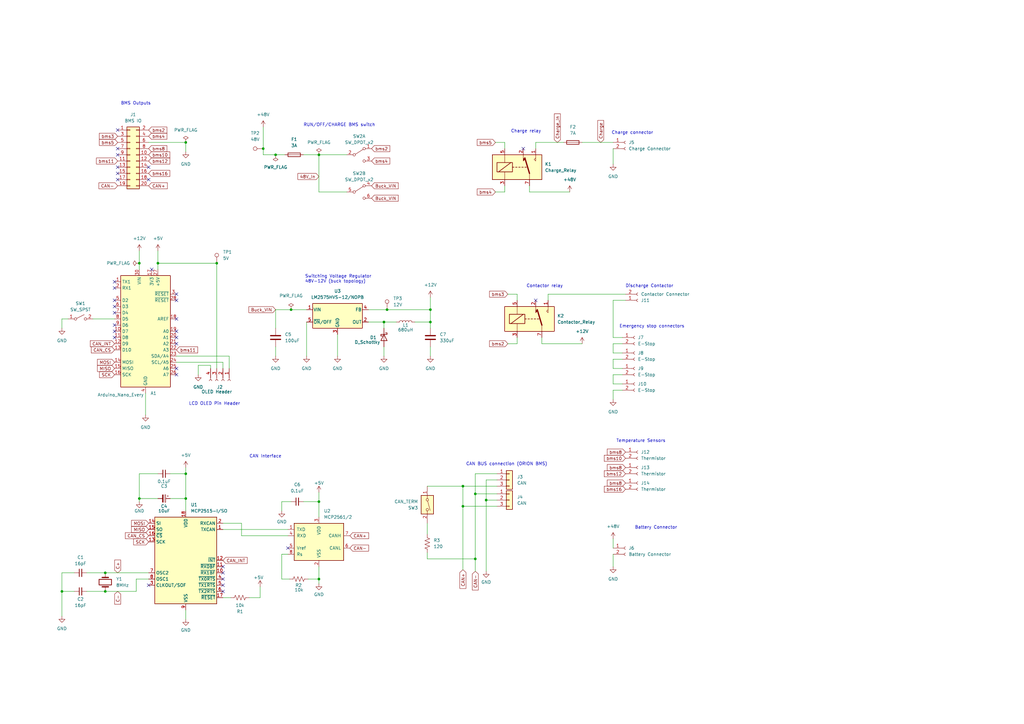
<source format=kicad_sch>
(kicad_sch (version 20231120) (generator "eeschema") (generator_version "8.0")
  (paper "A3")
  (lib_symbols
    (symbol "Connector:Conn_01x02_Female" (pin_names (offset 1.016) hide)
      (property "Reference" "J" (at 0 2.54 0))
      (property "Value" "Conn_01x02_Female" (at 0 -5.08 0))
      (symbol "Conn_01x02_Female_1_1"
        (pin passive line (at -5.08 0 0) (length 3.81) (name "Pin_1") (number "1"))
        (pin passive line (at -5.08 -2.54 0) (length 3.81) (name "Pin_2") (number "2"))
      )
    )
    (symbol "Connector:Conn_01x04_Female" (pin_names (offset 1.016) hide)
      (property "Reference" "J" (at 0 5.08 0))
      (property "Value" "Conn_01x04_Female" (at 0 -7.62 0))
      (symbol "Conn_01x04_Female_1_1"
        (pin passive line (at -5.08 2.54 0) (length 3.81) (name "Pin_1") (number "1"))
        (pin passive line (at -5.08 0 0) (length 3.81) (name "Pin_2") (number "2"))
        (pin passive line (at -5.08 -2.54 0) (length 3.81) (name "Pin_3") (number "3"))
        (pin passive line (at -5.08 -5.08 0) (length 3.81) (name "Pin_4") (number "4"))
      )
    )
    (symbol "Connector:TestPoint" (pin_numbers hide) (pin_names (offset 0.762) hide)
      (property "Reference" "TP" (at 0 6.858 0))
      (property "Value" "TestPoint" (at 0 5.08 0))
      (symbol "TestPoint_1_1"
        (pin passive line (at 0 0 90) (length 2.54) (name "1") (number "1"))
      )
    )
    (symbol "Connector_Generic:Conn_01x03" (pin_names (offset 1.016) hide)
      (property "Reference" "J" (at 0 5.08 0))
      (property "Value" "Conn_01x03" (at 0 -5.08 0))
      (symbol "Conn_01x03_1_1"
        (pin passive line (at -5.08 2.54 0) (length 3.81) (name "Pin_1") (number "1"))
        (pin passive line (at -5.08 0 0) (length 3.81) (name "Pin_2") (number "2"))
        (pin passive line (at -5.08 -2.54 0) (length 3.81) (name "Pin_3") (number "3"))
      )
    )
    (symbol "Connector_Generic:Conn_02x10_Odd_Even" (pin_names (offset 1.016) hide)
      (property "Reference" "J" (at 1.27 12.7 0))
      (property "Value" "Conn_02x10_Odd_Even" (at 1.27 -15.24 0))
      (symbol "Conn_02x10_Odd_Even_1_1"
        (pin passive line (at -5.08 10.16 0) (length 3.81) (name "Pin_1") (number "1"))
        (pin passive line (at 7.62 0 180) (length 3.81) (name "Pin_10") (number "10"))
        (pin passive line (at -5.08 -2.54 0) (length 3.81) (name "Pin_11") (number "11"))
        (pin passive line (at 7.62 -2.54 180) (length 3.81) (name "Pin_12") (number "12"))
        (pin passive line (at -5.08 -5.08 0) (length 3.81) (name "Pin_13") (number "13"))
        (pin passive line (at 7.62 -5.08 180) (length 3.81) (name "Pin_14") (number "14"))
        (pin passive line (at -5.08 -7.62 0) (length 3.81) (name "Pin_15") (number "15"))
        (pin passive line (at 7.62 -7.62 180) (length 3.81) (name "Pin_16") (number "16"))
        (pin passive line (at -5.08 -10.16 0) (length 3.81) (name "Pin_17") (number "17"))
        (pin passive line (at 7.62 -10.16 180) (length 3.81) (name "Pin_18") (number "18"))
        (pin passive line (at -5.08 -12.7 0) (length 3.81) (name "Pin_19") (number "19"))
        (pin passive line (at 7.62 10.16 180) (length 3.81) (name "Pin_2") (number "2"))
        (pin passive line (at 7.62 -12.7 180) (length 3.81) (name "Pin_20") (number "20"))
        (pin passive line (at -5.08 7.62 0) (length 3.81) (name "Pin_3") (number "3"))
        (pin passive line (at 7.62 7.62 180) (length 3.81) (name "Pin_4") (number "4"))
        (pin passive line (at -5.08 5.08 0) (length 3.81) (name "Pin_5") (number "5"))
        (pin passive line (at 7.62 5.08 180) (length 3.81) (name "Pin_6") (number "6"))
        (pin passive line (at -5.08 2.54 0) (length 3.81) (name "Pin_7") (number "7"))
        (pin passive line (at 7.62 2.54 180) (length 3.81) (name "Pin_8") (number "8"))
        (pin passive line (at -5.08 0 0) (length 3.81) (name "Pin_9") (number "9"))
      )
    )
    (symbol "Device:C" (pin_numbers hide) (pin_names (offset 0.254))
      (property "Reference" "C" (at 0.635 2.54 0))
      (property "Value" "C" (at 0.635 -2.54 0))
      (symbol "C_1_1"
        (pin passive line (at 0 3.81 270) (length 2.794) (name "~") (number "1"))
        (pin passive line (at 0 -3.81 90) (length 2.794) (name "~") (number "2"))
      )
    )
    (symbol "Device:C_Polarized_Small" (pin_numbers hide) (pin_names (offset 0.254) hide)
      (property "Reference" "C" (at 0.254 1.778 0))
      (property "Value" "C_Polarized_Small" (at 0.254 -2.032 0))
      (symbol "C_Polarized_Small_1_1"
        (pin passive line (at 0 2.54 270) (length 1.8542) (name "~") (number "1"))
        (pin passive line (at 0 -2.54 90) (length 1.8542) (name "~") (number "2"))
      )
    )
    (symbol "Device:C_Small" (pin_numbers hide) (pin_names (offset 0.254) hide)
      (property "Reference" "C" (at 0.254 1.778 0))
      (property "Value" "C_Small" (at 0.254 -2.032 0))
      (symbol "C_Small_1_1"
        (pin passive line (at 0 2.54 270) (length 2.032) (name "~") (number "1"))
        (pin passive line (at 0 -2.54 90) (length 2.032) (name "~") (number "2"))
      )
    )
    (symbol "Device:Crystal" (pin_numbers hide) (pin_names (offset 1.016) hide)
      (property "Reference" "Y" (at 0 3.81 0))
      (property "Value" "Crystal" (at 0 -3.81 0))
      (symbol "Crystal_1_1"
        (pin passive line (at -3.81 0 0) (length 1.27) (name "1") (number "1"))
        (pin passive line (at 3.81 0 180) (length 1.27) (name "2") (number "2"))
      )
    )
    (symbol "Device:D_Schottky" (pin_numbers hide) (pin_names (offset 1.016) hide)
      (property "Reference" "D" (at 0 2.54 0))
      (property "Value" "D_Schottky" (at 0 -2.54 0))
      (symbol "D_Schottky_1_1"
        (pin passive line (at -3.81 0 0) (length 2.54) (name "K") (number "1"))
        (pin passive line (at 3.81 0 180) (length 2.54) (name "A") (number "2"))
      )
    )
    (symbol "Device:Fuse" (pin_numbers hide) (pin_names (offset 0))
      (property "Reference" "F" (at 2.032 0 90))
      (property "Value" "Fuse" (at -1.905 0 90))
      (symbol "Fuse_1_1"
        (pin passive line (at 0 3.81 270) (length 1.27) (name "~") (number "1"))
        (pin passive line (at 0 -3.81 90) (length 1.27) (name "~") (number "2"))
      )
    )
    (symbol "Device:L" (pin_numbers hide) (pin_names (offset 1.016) hide)
      (property "Reference" "L" (at -1.27 0 90))
      (property "Value" "L" (at 1.905 0 90))
      (symbol "L_1_1"
        (pin passive line (at 0 3.81 270) (length 1.27) (name "1") (number "1"))
        (pin passive line (at 0 -3.81 90) (length 1.27) (name "2") (number "2"))
      )
    )
    (symbol "Device:R_US" (pin_numbers hide) (pin_names (offset 0))
      (property "Reference" "R" (at 2.54 0 90))
      (property "Value" "R_US" (at -2.54 0 90))
      (symbol "R_US_1_1"
        (pin passive line (at 0 3.81 270) (length 1.27) (name "~") (number "1"))
        (pin passive line (at 0 -3.81 90) (length 1.27) (name "~") (number "2"))
      )
    )
    (symbol "Interface_CAN_LIN:MCP2515-xSO"
      (property "Reference" "U" (at -10.16 19.685 0))
      (property "Value" "MCP2515-xSO" (at 19.05 20.32 0))
      (symbol "MCP2515-xSO_1_1"
        (pin output line (at 15.24 12.7 180) (length 2.54) (name "TXCAN") (number "1"))
        (pin output line (at 15.24 -5.08 180) (length 2.54) (name "~{RX1BF}") (number "10"))
        (pin output line (at 15.24 -2.54 180) (length 2.54) (name "~{RX0BF}") (number "11"))
        (pin output line (at 15.24 0 180) (length 2.54) (name "~{INT}") (number "12"))
        (pin input line (at -15.24 7.62 0) (length 2.54) (name "SCK") (number "13"))
        (pin input line (at -15.24 15.24 0) (length 2.54) (name "SI") (number "14"))
        (pin output line (at -15.24 12.7 0) (length 2.54) (name "SO") (number "15"))
        (pin input line (at -15.24 10.16 0) (length 2.54) (name "~{CS}") (number "16"))
        (pin input line (at 15.24 -15.24 180) (length 2.54) (name "~{RESET}") (number "17"))
        (pin power_in line (at 0 20.32 270) (length 2.54) (name "VDD") (number "18"))
        (pin input line (at 15.24 15.24 180) (length 2.54) (name "RXCAN") (number "2"))
        (pin output line (at -15.24 -10.16 0) (length 2.54) (name "CLKOUT/SOF") (number "3"))
        (pin input line (at 15.24 -7.62 180) (length 2.54) (name "~{TX0RTS}") (number "4"))
        (pin input line (at 15.24 -10.16 180) (length 2.54) (name "~{TX1RTS}") (number "5"))
        (pin input line (at 15.24 -12.7 180) (length 2.54) (name "~{TX2RTS}") (number "6"))
        (pin output line (at -15.24 -5.08 0) (length 2.54) (name "OSC2") (number "7"))
        (pin input line (at -15.24 -7.62 0) (length 2.54) (name "OSC1") (number "8"))
        (pin power_in line (at 0 -20.32 90) (length 2.54) (name "VSS") (number "9"))
      )
    )
    (symbol "Interface_CAN_LIN:MCP2551-I-SN" (pin_names (offset 1.016))
      (property "Reference" "U" (at -10.16 8.89 0))
      (property "Value" "MCP2551-I-SN" (at 2.54 8.89 0))
      (symbol "MCP2551-I-SN_1_1"
        (pin input line (at -12.7 5.08 0) (length 2.54) (name "TXD") (number "1"))
        (pin power_in line (at 0 -10.16 90) (length 2.54) (name "VSS") (number "2"))
        (pin power_in line (at 0 10.16 270) (length 2.54) (name "VDD") (number "3"))
        (pin output line (at -12.7 2.54 0) (length 2.54) (name "RXD") (number "4"))
        (pin power_out line (at -12.7 -2.54 0) (length 2.54) (name "Vref") (number "5"))
        (pin bidirectional line (at 12.7 -2.54 180) (length 2.54) (name "CANL") (number "6"))
        (pin bidirectional line (at 12.7 2.54 180) (length 2.54) (name "CANH") (number "7"))
        (pin input line (at -12.7 -5.08 0) (length 2.54) (name "Rs") (number "8"))
      )
    )
    (symbol "MCU_Module:Arduino_Nano_Every"
      (property "Reference" "A" (at -10.16 23.495 0))
      (property "Value" "Arduino_Nano_Every" (at 5.08 -24.13 0))
      (symbol "Arduino_Nano_Every_1_1"
        (pin bidirectional line (at -12.7 20.32 0) (length 2.54) (name "TX1") (number "1"))
        (pin bidirectional line (at -12.7 0 0) (length 2.54) (name "D7") (number "10"))
        (pin bidirectional line (at -12.7 -2.54 0) (length 2.54) (name "D8") (number "11"))
        (pin bidirectional line (at -12.7 -5.08 0) (length 2.54) (name "D9") (number "12"))
        (pin bidirectional line (at -12.7 -7.62 0) (length 2.54) (name "D10") (number "13"))
        (pin bidirectional line (at -12.7 -12.7 0) (length 2.54) (name "MOSI") (number "14"))
        (pin bidirectional line (at -12.7 -15.24 0) (length 2.54) (name "MISO") (number "15"))
        (pin bidirectional line (at -12.7 -17.78 0) (length 2.54) (name "SCK") (number "16"))
        (pin power_out line (at 2.54 25.4 270) (length 2.54) (name "3V3") (number "17"))
        (pin input line (at 12.7 5.08 180) (length 2.54) (name "AREF") (number "18"))
        (pin bidirectional line (at 12.7 0 180) (length 2.54) (name "A0") (number "19"))
        (pin bidirectional line (at -12.7 17.78 0) (length 2.54) (name "RX1") (number "2"))
        (pin bidirectional line (at 12.7 -2.54 180) (length 2.54) (name "A1") (number "20"))
        (pin bidirectional line (at 12.7 -5.08 180) (length 2.54) (name "A2") (number "21"))
        (pin bidirectional line (at 12.7 -7.62 180) (length 2.54) (name "A3") (number "22"))
        (pin bidirectional line (at 12.7 -10.16 180) (length 2.54) (name "SDA/A4") (number "23"))
        (pin bidirectional line (at 12.7 -12.7 180) (length 2.54) (name "SCL/A5") (number "24"))
        (pin bidirectional line (at 12.7 -15.24 180) (length 2.54) (name "A6") (number "25"))
        (pin bidirectional line (at 12.7 -17.78 180) (length 2.54) (name "A7") (number "26"))
        (pin power_out line (at 5.08 25.4 270) (length 2.54) (name "+5V") (number "27"))
        (pin input line (at 12.7 12.7 180) (length 2.54) (name "~{RESET}") (number "28"))
        (pin passive line (at 0 -25.4 90) (length 2.54) hide (name "GND") (number "29"))
        (pin input line (at 12.7 15.24 180) (length 2.54) (name "~{RESET}") (number "3"))
        (pin power_in line (at -2.54 25.4 270) (length 2.54) (name "VIN") (number "30"))
        (pin power_in line (at 0 -25.4 90) (length 2.54) (name "GND") (number "4"))
        (pin bidirectional line (at -12.7 12.7 0) (length 2.54) (name "D2") (number "5"))
        (pin bidirectional line (at -12.7 10.16 0) (length 2.54) (name "D3") (number "6"))
        (pin bidirectional line (at -12.7 7.62 0) (length 2.54) (name "D4") (number "7"))
        (pin bidirectional line (at -12.7 5.08 0) (length 2.54) (name "D5") (number "8"))
        (pin bidirectional line (at -12.7 2.54 0) (length 2.54) (name "D6") (number "9"))
      )
    )
    (symbol "Regulator_Switching:LM2575-12BU" (pin_names (offset 0.254))
      (property "Reference" "U" (at -10.16 6.35 0))
      (property "Value" "LM2575-12BU" (at 0 6.35 0))
      (symbol "LM2575-12BU_1_1"
        (pin power_in line (at -12.7 2.54 0) (length 2.54) (name "VIN") (number "1"))
        (pin output line (at 12.7 -2.54 180) (length 2.54) (name "OUT") (number "2"))
        (pin power_in line (at 0 -7.62 90) (length 2.54) (name "GND") (number "3"))
        (pin input line (at 12.7 2.54 180) (length 2.54) (name "FB") (number "4"))
        (pin input line (at -12.7 -2.54 0) (length 2.54) (name "~{ON}/OFF") (number "5"))
      )
    )
    (symbol "Relay:SILxx-1Cxx-51x"
      (property "Reference" "K" (at 11.43 3.81 0))
      (property "Value" "SILxx-1Cxx-51x" (at 11.43 1.27 0))
      (symbol "SILxx-1Cxx-51x_1_1"
        (pin passive line (at 7.62 7.62 270) (length 2.54) (name "~") (number "1"))
        (pin passive line (at 2.54 7.62 270) (length 2.54) (name "~") (number "2"))
        (pin passive line (at -5.08 -7.62 90) (length 2.54) (name "~") (number "3"))
        (pin passive line (at -5.08 7.62 270) (length 2.54) (name "~") (number "5"))
        (pin passive line (at 5.08 -7.62 90) (length 2.54) (name "~") (number "7"))
      )
    )
    (symbol "Switch:SW_DIP_x01" (pin_names (offset 0) hide)
      (property "Reference" "SW" (at 0 3.81 0))
      (property "Value" "SW_DIP_x01" (at 0 -3.81 0))
      (symbol "SW_DIP_x01_1_1"
        (pin passive line (at -7.62 0 0) (length 5.08) (name "~") (number "1"))
        (pin passive line (at 7.62 0 180) (length 5.08) (name "~") (number "2"))
      )
    )
    (symbol "Switch:SW_DPDT_x2" (pin_names (offset 0) hide)
      (property "Reference" "SW" (at 0 4.318 0))
      (property "Value" "SW_DPDT_x2" (at 0 -5.08 0))
      (symbol "SW_DPDT_x2_1_1"
        (pin passive line (at 5.08 2.54 180) (length 2.54) (name "A") (number "1"))
        (pin passive line (at -5.08 0 0) (length 2.54) (name "B") (number "2"))
        (pin passive line (at 5.08 -2.54 180) (length 2.54) (name "C") (number "3"))
      )
      (symbol "SW_DPDT_x2_2_1"
        (pin passive line (at 5.08 2.54 180) (length 2.54) (name "A") (number "4"))
        (pin passive line (at -5.08 0 0) (length 2.54) (name "B") (number "5"))
        (pin passive line (at 5.08 -2.54 180) (length 2.54) (name "C") (number "6"))
      )
    )
    (symbol "Switch:SW_SPST" (pin_names (offset 0) hide)
      (property "Reference" "SW" (at 0 3.175 0))
      (property "Value" "SW_SPST" (at 0 -2.54 0))
      (symbol "SW_SPST_1_1"
        (pin passive line (at -5.08 0 0) (length 2.54) (name "A") (number "1"))
        (pin passive line (at 5.08 0 180) (length 2.54) (name "B") (number "2"))
      )
    )
    (symbol "power:+12V" (power) (pin_names (offset 0))
      (property "Value" "+12V" (at 0 3.556 0))
      (symbol "+12V_1_1"
        (pin power_in line (at 0 0 90) (length 0) hide (name "+12V") (number "1"))
      )
    )
    (symbol "power:+48V" (power) (pin_names (offset 0))
      (property "Value" "+48V" (at 0 3.556 0))
      (symbol "+48V_1_1"
        (pin power_in line (at 0 0 90) (length 0) hide (name "+48V") (number "1"))
      )
    )
    (symbol "power:+5V" (power) (pin_names (offset 0))
      (property "Value" "+5V" (at 0 3.556 0))
      (symbol "+5V_1_1"
        (pin power_in line (at 0 0 90) (length 0) hide (name "+5V") (number "1"))
      )
    )
    (symbol "power:GND" (power) (pin_names (offset 0))
      (property "Value" "GND" (at 0 -3.81 0))
      (symbol "GND_1_1"
        (pin power_in line (at 0 0 270) (length 0) hide (name "GND") (number "1"))
      )
    )
    (symbol "power:PWR_FLAG" (power) (pin_numbers hide) (pin_names (offset 0) hide)
      (property "Value" "PWR_FLAG" (at 0 3.81 0))
      (symbol "PWR_FLAG_0_0"
        (pin power_out line (at 0 0 90) (length 0) (name "pwr") (number "1"))
      )
    )
  )
  (junction (at 176.53 132.08))
  (junction (at 194.945 202.565))
  (junction (at 176.53 127))
  (junction (at 130.81 205.74))
  (junction (at 130.81 63.5))
  (junction (at 43.18 242.57))
  (junction (at 64.77 107.95))
  (junction (at 76.2 58.42))
  (junction (at 130.81 237.49))
  (junction (at 76.2 194.31))
  (junction (at 158.75 127))
  (junction (at 189.865 199.39))
  (junction (at 76.2 204.47))
  (junction (at 189.865 207.645))
  (junction (at 57.15 107.95))
  (junction (at 57.15 204.47))
  (junction (at 88.9 107.95))
  (junction (at 194.945 229.235))
  (junction (at 25.4 242.57))
  (junction (at 43.18 234.95))
  (junction (at 119.38 127))
  (junction (at 107.95 60.96))
  (junction (at 157.48 132.08))
  (junction (at 199.39 205.105))
  (junction (at 113.03 63.5))
  (no_connect (at 60.96 240.03))
  (no_connect (at 62.23 110.49))
  (no_connect (at 48.26 53.34))
  (no_connect (at 91.44 234.95))
  (no_connect (at 91.44 232.41))
  (no_connect (at 91.44 240.03))
  (no_connect (at 91.44 242.57))
  (no_connect (at 91.44 237.49))
  (no_connect (at 118.11 224.79))
  (no_connect (at 46.99 115.57))
  (no_connect (at 46.99 118.11))
  (no_connect (at 46.99 123.19))
  (no_connect (at 46.99 125.73))
  (no_connect (at 46.99 128.27))
  (no_connect (at 46.99 133.35))
  (no_connect (at 46.99 135.89))
  (no_connect (at 46.99 138.43))
  (no_connect (at 72.39 138.43))
  (no_connect (at 72.39 140.97))
  (no_connect (at 72.39 151.13))
  (no_connect (at 72.39 153.67))
  (no_connect (at 72.39 130.81))
  (no_connect (at 72.39 120.65))
  (no_connect (at 72.39 123.19))
  (no_connect (at 72.39 135.89))
  (no_connect (at 48.26 63.5))
  (no_connect (at 48.26 60.96))
  (no_connect (at 48.26 68.58))
  (no_connect (at 48.26 71.12))
  (no_connect (at 48.26 73.66))
  (no_connect (at 60.96 68.58))
  (no_connect (at 60.96 73.66))
  (no_connect (at 219.71 123.19))
  (no_connect (at 214.63 60.96))
  (wire (pts (xy 93.98 146.05) (xy 93.98 151.13)))
  (wire (pts (xy 175.26 199.39) (xy 189.865 199.39)))
  (wire (pts (xy 107.95 60.96) (xy 107.95 63.5)))
  (wire (pts (xy 81.28 149.86) (xy 86.36 149.86)))
  (wire (pts (xy 175.26 229.235) (xy 194.945 229.235)))
  (wire (pts (xy 251.46 123.19) (xy 256.54 123.19)))
  (wire (pts (xy 86.36 151.13) (xy 86.36 149.86)))
  (wire (pts (xy 69.85 194.31) (xy 76.2 194.31)))
  (wire (pts (xy 138.43 137.16) (xy 138.43 146.05)))
  (wire (pts (xy 25.4 234.95) (xy 30.48 234.95)))
  (wire (pts (xy 208.28 120.65) (xy 212.09 120.65)))
  (wire (pts (xy 238.76 58.42) (xy 251.46 58.42)))
  (wire (pts (xy 251.46 157.48) (xy 255.27 157.48)))
  (wire (pts (xy 76.2 191.77) (xy 76.2 194.31)))
  (wire (pts (xy 251.46 123.19) (xy 251.46 138.43)))
  (wire (pts (xy 35.56 234.95) (xy 43.18 234.95)))
  (wire (pts (xy 233.68 78.74) (xy 217.17 78.74)))
  (wire (pts (xy 130.81 78.74) (xy 130.81 63.5)))
  (wire (pts (xy 203.2 78.74) (xy 207.01 78.74)))
  (wire (pts (xy 76.2 250.19) (xy 76.2 254)))
  (wire (pts (xy 251.46 153.67) (xy 251.46 157.48)))
  (wire (pts (xy 35.56 242.57) (xy 43.18 242.57)))
  (wire (pts (xy 219.71 58.42) (xy 219.71 60.96)))
  (wire (pts (xy 157.48 132.08) (xy 162.56 132.08)))
  (wire (pts (xy 55.88 242.57) (xy 43.18 242.57)))
  (wire (pts (xy 55.88 237.49) (xy 60.96 237.49)))
  (wire (pts (xy 175.26 226.695) (xy 175.26 229.235)))
  (wire (pts (xy 130.81 237.49) (xy 130.81 239.395)))
  (wire (pts (xy 113.03 127) (xy 119.38 127)))
  (wire (pts (xy 113.03 63.5) (xy 116.84 63.5)))
  (wire (pts (xy 175.26 214.63) (xy 175.26 219.075)))
  (wire (pts (xy 251.46 163.83) (xy 251.46 160.02)))
  (wire (pts (xy 217.17 76.2) (xy 217.17 78.74)))
  (wire (pts (xy 189.865 207.645) (xy 203.835 207.645)))
  (wire (pts (xy 222.25 138.43) (xy 222.25 140.97)))
  (wire (pts (xy 88.9 107.95) (xy 88.9 151.13)))
  (wire (pts (xy 194.945 194.31) (xy 203.835 194.31)))
  (wire (pts (xy 219.71 58.42) (xy 231.14 58.42)))
  (wire (pts (xy 43.18 234.95) (xy 60.96 234.95)))
  (wire (pts (xy 130.81 201.93) (xy 130.81 205.74)))
  (wire (pts (xy 76.2 194.31) (xy 76.2 204.47)))
  (wire (pts (xy 251.46 220.98) (xy 251.46 224.79)))
  (wire (pts (xy 25.4 242.57) (xy 25.4 252.73)))
  (wire (pts (xy 115.57 205.74) (xy 115.57 209.55)))
  (wire (pts (xy 224.79 120.65) (xy 256.54 120.65)))
  (wire (pts (xy 91.44 214.63) (xy 99.06 214.63)))
  (wire (pts (xy 130.81 232.41) (xy 130.81 237.49)))
  (wire (pts (xy 207.01 58.42) (xy 207.01 60.96)))
  (wire (pts (xy 25.4 130.81) (xy 27.94 130.81)))
  (wire (pts (xy 130.81 205.74) (xy 130.81 212.09)))
  (wire (pts (xy 99.06 219.71) (xy 99.06 214.63)))
  (wire (pts (xy 91.44 148.59) (xy 91.44 151.13)))
  (wire (pts (xy 130.81 63.5) (xy 142.24 63.5)))
  (wire (pts (xy 207.01 76.2) (xy 207.01 78.74)))
  (wire (pts (xy 224.79 120.65) (xy 224.79 123.19)))
  (wire (pts (xy 170.18 132.08) (xy 176.53 132.08)))
  (wire (pts (xy 99.06 219.71) (xy 118.11 219.71)))
  (wire (pts (xy 25.4 234.95) (xy 25.4 242.57)))
  (wire (pts (xy 151.13 132.08) (xy 157.48 132.08)))
  (wire (pts (xy 91.44 245.11) (xy 94.615 245.11)))
  (wire (pts (xy 59.69 161.29) (xy 59.69 170.18)))
  (wire (pts (xy 107.95 63.5) (xy 113.03 63.5)))
  (wire (pts (xy 176.53 132.08) (xy 176.53 134.62)))
  (wire (pts (xy 251.46 147.32) (xy 255.27 147.32)))
  (wire (pts (xy 125.73 132.08) (xy 125.73 146.05)))
  (wire (pts (xy 212.09 120.65) (xy 212.09 123.19)))
  (wire (pts (xy 238.76 140.97) (xy 222.25 140.97)))
  (wire (pts (xy 64.77 102.87) (xy 64.77 107.95)))
  (wire (pts (xy 76.2 58.42) (xy 76.2 62.23)))
  (wire (pts (xy 115.57 205.74) (xy 119.38 205.74)))
  (wire (pts (xy 189.865 207.645) (xy 189.865 233.68)))
  (wire (pts (xy 38.1 130.81) (xy 46.99 130.81)))
  (wire (pts (xy 194.945 229.235) (xy 194.945 234.315)))
  (wire (pts (xy 208.28 140.97) (xy 212.09 140.97)))
  (wire (pts (xy 251.46 147.32) (xy 251.46 151.13)))
  (wire (pts (xy 72.39 148.59) (xy 91.44 148.59)))
  (wire (pts (xy 126.365 237.49) (xy 130.81 237.49)))
  (wire (pts (xy 57.15 102.87) (xy 57.15 107.95)))
  (wire (pts (xy 115.57 227.33) (xy 115.57 237.49)))
  (wire (pts (xy 199.39 205.105) (xy 199.39 234.315)))
  (wire (pts (xy 124.46 205.74) (xy 130.81 205.74)))
  (wire (pts (xy 124.46 63.5) (xy 130.81 63.5)))
  (wire (pts (xy 88.9 107.95) (xy 64.77 107.95)))
  (wire (pts (xy 57.15 204.47) (xy 64.77 204.47)))
  (wire (pts (xy 189.865 199.39) (xy 189.865 207.645)))
  (wire (pts (xy 203.835 196.85) (xy 199.39 196.85)))
  (wire (pts (xy 251.46 140.97) (xy 255.27 140.97)))
  (wire (pts (xy 251.46 160.02) (xy 255.27 160.02)))
  (wire (pts (xy 176.53 121.92) (xy 176.53 127)))
  (wire (pts (xy 251.46 140.97) (xy 251.46 144.78)))
  (wire (pts (xy 25.4 134.62) (xy 25.4 130.81)))
  (wire (pts (xy 158.75 127) (xy 176.53 127)))
  (wire (pts (xy 25.4 242.57) (xy 30.48 242.57)))
  (wire (pts (xy 118.11 227.33) (xy 115.57 227.33)))
  (wire (pts (xy 130.81 78.74) (xy 142.24 78.74)))
  (wire (pts (xy 81.28 153.67) (xy 81.28 149.86)))
  (wire (pts (xy 212.09 138.43) (xy 212.09 140.97)))
  (wire (pts (xy 251.46 144.78) (xy 255.27 144.78)))
  (wire (pts (xy 199.39 205.105) (xy 203.835 205.105)))
  (wire (pts (xy 176.53 142.24) (xy 176.53 146.05)))
  (wire (pts (xy 251.46 60.96) (xy 251.46 67.31)))
  (wire (pts (xy 76.2 204.47) (xy 76.2 209.55)))
  (wire (pts (xy 57.15 204.47) (xy 57.15 205.74)))
  (wire (pts (xy 72.39 146.05) (xy 93.98 146.05)))
  (wire (pts (xy 60.96 58.42) (xy 76.2 58.42)))
  (wire (pts (xy 176.53 132.08) (xy 176.53 127)))
  (wire (pts (xy 194.945 202.565) (xy 203.835 202.565)))
  (wire (pts (xy 251.46 151.13) (xy 255.27 151.13)))
  (wire (pts (xy 255.27 153.67) (xy 251.46 153.67)))
  (wire (pts (xy 115.57 237.49) (xy 118.745 237.49)))
  (wire (pts (xy 91.44 217.17) (xy 118.11 217.17)))
  (wire (pts (xy 55.88 237.49) (xy 55.88 242.57)))
  (wire (pts (xy 251.46 138.43) (xy 255.27 138.43)))
  (wire (pts (xy 57.15 107.95) (xy 57.15 110.49)))
  (wire (pts (xy 102.235 245.11) (xy 106.68 245.11)))
  (wire (pts (xy 203.2 58.42) (xy 207.01 58.42)))
  (wire (pts (xy 151.13 127) (xy 158.75 127)))
  (wire (pts (xy 251.46 227.33) (xy 251.46 232.41)))
  (wire (pts (xy 64.77 107.95) (xy 64.77 110.49)))
  (wire (pts (xy 107.95 52.07) (xy 107.95 60.96)))
  (wire (pts (xy 57.15 194.31) (xy 57.15 204.47)))
  (wire (pts (xy 194.945 202.565) (xy 194.945 229.235)))
  (wire (pts (xy 113.03 134.62) (xy 113.03 127)))
  (wire (pts (xy 119.38 127) (xy 125.73 127)))
  (wire (pts (xy 157.48 142.24) (xy 157.48 146.05)))
  (wire (pts (xy 57.15 194.31) (xy 64.77 194.31)))
  (wire (pts (xy 106.68 240.665) (xy 106.68 245.11)))
  (wire (pts (xy 194.945 202.565) (xy 194.945 194.31)))
  (wire (pts (xy 69.85 204.47) (xy 76.2 204.47)))
  (wire (pts (xy 157.48 132.08) (xy 157.48 134.62)))
  (wire (pts (xy 113.03 142.24) (xy 113.03 146.05)))
  (wire (pts (xy 189.865 199.39) (xy 203.835 199.39)))
  (wire (pts (xy 199.39 196.85) (xy 199.39 205.105)))
  (text "Charge connector" (at 250.825 55.245 0) (effects (font (size 1.27 1.27)) (justify left bottom)))
  (text "Contactor relay" (at 215.9 118.11 0) (effects (font (size 1.27 1.27)) (justify left bottom)))
  (text "Temperature Sensors" (at 252.73 181.61 0) (effects (font (size 1.27 1.27)) (justify left bottom)))
  (text "Switching Voltage Regulator \n48V-12V (buck topology)" (at 125.095 116.205 0) (effects (font (size 1.27 1.27)) (justify left bottom)))
  (text "Charge relay" (at 209.55 54.61 0) (effects (font (size 1.27 1.27)) (justify left bottom)))
  (text "RUN/OFF/CHARGE BMS switch" (at 124.46 52.07 0) (effects (font (size 1.27 1.27)) (justify left bottom)))
  (text "BMS Outputs" (at 49.53 43.18 0) (effects (font (size 1.27 1.27)) (justify left bottom)))
  (text "CAN BUS connection (ORION BMS)" (at 191.135 191.135 0) (effects (font (size 1.27 1.27)) (justify left bottom)))
  (text "Emergency stop connectors" (at 254 134.62 0) (effects (font (size 1.27 1.27)) (justify left bottom)))
  (text "Battery Connector" (at 260.35 217.17 0) (effects (font (size 1.27 1.27)) (justify left bottom)))
  (text "LCD OLED Pin Header" (at 77.47 166.37 0) (effects (font (size 1.27 1.27)) (justify left bottom)))
  (text "Discharge Contactor" (at 256.54 118.11 0) (effects (font (size 1.27 1.27)) (justify left bottom)))
  (text "CAN Interface" (at 102.235 187.96 0) (effects (font (size 1.27 1.27)) (justify left bottom)))
  (global_label "MISO" (shape input) (at 46.99 151.13 180) (property "Intersheetrefs" "${INTERSHEET_REFS}" (effects (hide yes))))
  (global_label "MOSI" (shape input) (at 60.96 214.63 180) (property "Intersheetrefs" "${INTERSHEET_REFS}" (effects (hide yes))))
  (global_label "bms11" (shape input) (at 48.26 66.04 180) (property "Intersheetrefs" "${INTERSHEET_REFS}" (effects (hide yes))))
  (global_label "CAN+" (shape input) (at 60.96 76.2 0) (property "Intersheetrefs" "${INTERSHEET_REFS}" (effects (hide yes))))
  (global_label "bms2" (shape input) (at 60.96 53.34 0) (property "Intersheetrefs" "${INTERSHEET_REFS}" (effects (hide yes))))
  (global_label "CAN_CS" (shape input) (at 60.96 219.71 180) (property "Intersheetrefs" "${INTERSHEET_REFS}" (effects (hide yes))))
  (global_label "bms4" (shape input) (at 152.4 66.04 0) (property "Intersheetrefs" "${INTERSHEET_REFS}" (effects (hide yes))))
  (global_label "bms16" (shape input) (at 60.96 71.12 0) (property "Intersheetrefs" "${INTERSHEET_REFS}" (effects (hide yes))))
  (global_label "bms5" (shape input) (at 203.2 58.42 180) (property "Intersheetrefs" "${INTERSHEET_REFS}" (effects (hide yes))))
  (global_label "bms3" (shape input) (at 208.28 120.65 180) (property "Intersheetrefs" "${INTERSHEET_REFS}" (effects (hide yes))))
  (global_label "CAN_CS" (shape input) (at 46.99 143.51 180) (property "Intersheetrefs" "${INTERSHEET_REFS}" (effects (hide yes))))
  (global_label "CAN-" (shape input) (at 143.51 224.79 0) (property "Intersheetrefs" "${INTERSHEET_REFS}" (effects (hide yes))))
  (global_label "bms16" (shape input) (at 256.54 200.66 180) (property "Intersheetrefs" "${INTERSHEET_REFS}" (effects (hide yes))))
  (global_label "CAN-" (shape input) (at 194.945 234.315 270) (property "Intersheetrefs" "${INTERSHEET_REFS}" (effects (hide yes))))
  (global_label "bms4" (shape input) (at 203.2 78.74 180) (property "Intersheetrefs" "${INTERSHEET_REFS}" (effects (hide yes))))
  (global_label "bms5" (shape input) (at 48.26 58.42 180) (property "Intersheetrefs" "${INTERSHEET_REFS}" (effects (hide yes))))
  (global_label "MISO" (shape input) (at 60.96 217.17 180) (property "Intersheetrefs" "${INTERSHEET_REFS}" (effects (hide yes))))
  (global_label "SCK" (shape input) (at 46.99 153.67 180) (property "Intersheetrefs" "${INTERSHEET_REFS}" (effects (hide yes))))
  (global_label "CAN+" (shape input) (at 189.865 233.68 270) (property "Intersheetrefs" "${INTERSHEET_REFS}" (effects (hide yes))))
  (global_label "bms10" (shape input) (at 256.54 187.96 180) (property "Intersheetrefs" "${INTERSHEET_REFS}" (effects (hide yes))))
  (global_label "Buck_VIN" (shape input) (at 152.4 76.2 0) (property "Intersheetrefs" "${INTERSHEET_REFS}" (effects (hide yes))))
  (global_label "Charge_In" (shape input) (at 228.6 58.42 90) (property "Intersheetrefs" "${INTERSHEET_REFS}" (effects (hide yes))))
  (global_label "Charge" (shape input) (at 246.38 58.42 90) (property "Intersheetrefs" "${INTERSHEET_REFS}" (effects (hide yes))))
  (global_label "CAN_INT" (shape input) (at 46.99 140.97 180) (property "Intersheetrefs" "${INTERSHEET_REFS}" (effects (hide yes))))
  (global_label "bms2" (shape input) (at 152.4 60.96 0) (property "Intersheetrefs" "${INTERSHEET_REFS}" (effects (hide yes))))
  (global_label "bms8" (shape input) (at 60.96 60.96 0) (property "Intersheetrefs" "${INTERSHEET_REFS}" (effects (hide yes))))
  (global_label "bms10" (shape input) (at 60.96 63.5 0) (property "Intersheetrefs" "${INTERSHEET_REFS}" (effects (hide yes))))
  (global_label "bms8" (shape input) (at 256.54 191.77 180) (property "Intersheetrefs" "${INTERSHEET_REFS}" (effects (hide yes))))
  (global_label "CAN-" (shape input) (at 48.26 76.2 180) (property "Intersheetrefs" "${INTERSHEET_REFS}" (effects (hide yes))))
  (global_label "bms8" (shape input) (at 256.54 185.42 180) (property "Intersheetrefs" "${INTERSHEET_REFS}" (effects (hide yes))))
  (global_label "MOSI" (shape input) (at 46.99 148.59 180) (property "Intersheetrefs" "${INTERSHEET_REFS}" (effects (hide yes))))
  (global_label "Buck_VIN" (shape input) (at 152.4 81.28 0) (property "Intersheetrefs" "${INTERSHEET_REFS}" (effects (hide yes))))
  (global_label "Buck_VIN" (shape input) (at 113.03 127 180) (property "Intersheetrefs" "${INTERSHEET_REFS}" (effects (hide yes))))
  (global_label "48V_In" (shape input) (at 130.81 72.39 180) (property "Intersheetrefs" "${INTERSHEET_REFS}" (effects (hide yes))))
  (global_label "bms3" (shape input) (at 48.26 55.88 180) (property "Intersheetrefs" "${INTERSHEET_REFS}" (effects (hide yes))))
  (global_label "bms2" (shape input) (at 208.28 140.97 180) (property "Intersheetrefs" "${INTERSHEET_REFS}" (effects (hide yes))))
  (global_label "C-" (shape input) (at 48.26 242.57 270) (property "Intersheetrefs" "${INTERSHEET_REFS}" (effects (hide yes))))
  (global_label "C+" (shape input) (at 48.26 234.95 90) (property "Intersheetrefs" "${INTERSHEET_REFS}" (effects (hide yes))))
  (global_label "SCK" (shape input) (at 60.96 222.25 180) (property "Intersheetrefs" "${INTERSHEET_REFS}" (effects (hide yes))))
  (global_label "bms12" (shape input) (at 256.54 194.31 180) (property "Intersheetrefs" "${INTERSHEET_REFS}" (effects (hide yes))))
  (global_label "bms8" (shape input) (at 256.54 198.12 180) (property "Intersheetrefs" "${INTERSHEET_REFS}" (effects (hide yes))))
  (global_label "CAN_INT" (shape input) (at 91.44 229.87 0) (property "Intersheetrefs" "${INTERSHEET_REFS}" (effects (hide yes))))
  (global_label "bms4" (shape input) (at 60.96 55.88 0) (property "Intersheetrefs" "${INTERSHEET_REFS}" (effects (hide yes))))
  (global_label "bms12" (shape input) (at 60.96 66.04 0) (property "Intersheetrefs" "${INTERSHEET_REFS}" (effects (hide yes))))
  (global_label "bms11" (shape input) (at 72.39 143.51 0) (property "Intersheetrefs" "${INTERSHEET_REFS}" (effects (hide yes))))
  (global_label "CAN+" (shape input) (at 143.51 219.71 0) (property "Intersheetrefs" "${INTERSHEET_REFS}" (effects (hide yes))))
  (symbol (lib_id "power:PWR_FLAG") (at 57.15 107.95 90) (unit 1)
    (property "Reference" "#FLG01" (effects (hide yes)))
    (property "Value" "PWR_FLAG" (at 53.34 107.9499 90) (effects (justify left)))
  )
  (symbol (lib_id "power:GND") (at 199.39 234.315 0) (unit 1)
    (property "Reference" "#PWR022" (effects (hide yes)))
    (property "Value" "GND" (at 199.39 238.76 0))
  )
  (symbol (lib_id "power:GND") (at 251.46 232.41 0) (unit 1)
    (property "Reference" "#PWR028" (effects (hide yes)))
    (property "Value" "GND" (at 251.46 237.49 0))
  )
  (symbol (lib_id "Relay:SILxx-1Cxx-51x") (at 212.09 68.58 0) (unit 1)
    (property "Reference" "K1" (at 223.52 67.3099 0) (effects (justify left)))
    (property "Value" "Charge_Relay" (at 223.52 69.8499 0) (effects (justify left)))
    (property "Footprint" "BMS_Custom_Footprints:Relay_RT334048" (effects (hide yes)))
    (property "Datasheet" "https://www.te.com/commerce/DocumentDelivery/DDEController?Action=srchrtrv&DocNm=RT1&DocType=DS&DocLang=English" (effects (hide yes)))
  )
  (symbol (lib_id "Switch:SW_DIP_x01") (at 175.26 207.01 270) (unit 1)
    (property "Reference" "SW3" (at 171.45 208.2801 90) (effects (justify right)))
    (property "Value" "CAN_TERM" (at 171.45 205.7401 90) (effects (justify right)))
    (property "Footprint" "Connector_PinHeader_2.54mm:PinHeader_1x02_P2.54mm_Horizontal" (effects (hide yes)))
  )
  (symbol (lib_id "power:GND") (at 76.2 62.23 0) (unit 1)
    (property "Reference" "#PWR07" (effects (hide yes)))
    (property "Value" "GND" (at 76.2 67.31 0))
  )
  (symbol (lib_id "Device:C_Polarized_Small") (at 67.31 204.47 270) (unit 1)
    (property "Reference" "C4" (at 67.31 207.645 90))
    (property "Value" "10uF" (at 67.31 209.55 90))
    (property "Footprint" "Capacitor_THT:CP_Radial_D10.0mm_P5.00mm" (effects (hide yes)))
    (property "Datasheet" "https://www.nichicon.co.jp/english/products/pdfs/e-ucy.pdf" (effects (hide yes)))
  )
  (symbol (lib_id "Connector:TestPoint") (at 107.95 60.96 90) (unit 1)
    (property "Reference" "TP2" (at 104.648 54.61 90))
    (property "Value" "48V" (at 104.648 57.15 90))
    (property "Footprint" "TestPoint:TestPoint_Pad_2.0x2.0mm" (effects (hide yes)))
  )
  (symbol (lib_id "power:GND") (at 251.46 67.31 0) (unit 1)
    (property "Reference" "#PWR025" (effects (hide yes)))
    (property "Value" "GND" (at 251.46 72.39 0))
  )
  (symbol (lib_id "power:GND") (at 176.53 146.05 0) (unit 1)
    (property "Reference" "#PWR021" (effects (hide yes)))
    (property "Value" "GND" (at 176.53 151.13 0))
  )
  (symbol (lib_id "Interface_CAN_LIN:MCP2551-I-SN") (at 130.81 222.25 0) (unit 1)
    (property "Reference" "U2" (at 132.8294 209.55 0) (effects (justify left)))
    (property "Value" "MCP2561/2" (at 132.8294 212.09 0) (effects (justify left)))
    (property "Footprint" "Package_SO:SOIC-8_3.9x4.9mm_P1.27mm" (effects (hide yes)))
    (property "Datasheet" "https://ww1.microchip.com/downloads/en/DeviceDoc/20005167C.pdf" (effects (hide yes)))
  )
  (symbol (lib_id "power:GND") (at 251.46 163.83 0) (unit 1)
    (property "Reference" "#PWR026" (effects (hide yes)))
    (property "Value" "GND" (at 251.46 168.91 0))
  )
  (symbol (lib_id "power:GND") (at 113.03 146.05 0) (unit 1)
    (property "Reference" "#PWR013" (effects (hide yes)))
    (property "Value" "GND" (at 113.03 151.13 0))
  )
  (symbol (lib_id "power:PWR_FLAG") (at 130.81 63.5 0) (unit 1)
    (property "Reference" "#FLG05" (effects (hide yes)))
    (property "Value" "PWR_FLAG" (at 130.81 58.42 0))
  )
  (symbol (lib_id "Connector:Conn_01x02_Female") (at 260.35 144.78 0) (unit 1)
    (property "Reference" "J8" (at 261.62 144.7799 0) (effects (justify left)))
    (property "Value" "E-Stop" (at 261.62 147.3199 0) (effects (justify left)))
    (property "Footprint" "Connector_Molex:Molex_Micro-Fit_3.0_43650-0200_1x02_P3.00mm_Horizontal" (effects (hide yes)))
    (property "Datasheet" "https://www.molex.com/pdm_docs/sd/436500200_sd.pdf" (effects (hide yes)))
  )
  (symbol (lib_id "Switch:SW_DPDT_x2") (at 147.32 78.74 0) (unit 2)
    (property "Reference" "SW2" (at 147.32 71.12 0))
    (property "Value" "SW_DPDT_x2" (at 147.32 73.66 0))
    (property "Footprint" "BMS_Custom_Footprints:Toggle_Switch_M2022S2A2W30" (effects (hide yes)))
    (property "Datasheet" "https://www.nkkswitches.com/pdf/MtogglesAnglePC.pdf" (effects (hide yes)))
  )
  (symbol (lib_id "Connector:TestPoint") (at 158.75 127 0) (unit 1)
    (property "Reference" "TP3" (at 161.29 122.4279 0) (effects (justify left)))
    (property "Value" "12V" (at 161.29 124.9679 0) (effects (justify left)))
    (property "Footprint" "TestPoint:TestPoint_Pad_2.0x2.0mm" (effects (hide yes)))
  )
  (symbol (lib_id "power:+5V") (at 106.68 240.665 0) (unit 1)
    (property "Reference" "#PWR011" (effects (hide yes)))
    (property "Value" "+5V" (at 106.045 236.855 0))
  )
  (symbol (lib_id "MCU_Module:Arduino_Nano_Every") (at 59.69 135.89 0) (unit 1)
    (property "Reference" "A1" (at 61.7094 161.29 0) (effects (justify left)))
    (property "Value" "Arduino_Nano_Every" (at 40.005 161.925 0) (effects (justify left)))
    (property "Footprint" "Module:Arduino_Nano" (effects (hide yes)))
    (property "Datasheet" "https://content.arduino.cc/assets/NANOEveryV3.0_sch.pdf" (effects (hide yes)))
  )
  (symbol (lib_id "power:GND") (at 25.4 252.73 0) (unit 1)
    (property "Reference" "#PWR02" (effects (hide yes)))
    (property "Value" "GND" (at 25.4 257.81 0))
  )
  (symbol (lib_id "power:GND") (at 115.57 209.55 0) (unit 1)
    (property "Reference" "#PWR014" (effects (hide yes)))
    (property "Value" "GND" (at 115.57 213.995 0))
  )
  (symbol (lib_id "Device:Fuse") (at 234.95 58.42 90) (unit 1)
    (property "Reference" "F2" (at 234.95 52.07 90))
    (property "Value" "7A" (at 234.95 54.61 90))
    (property "Footprint" "Fuse:Fuseholder_Blade_Mini_Keystone_3568" (effects (hide yes)))
    (property "Datasheet" "https://www.keyelco.com/userAssets/file/M65p42.pdf" (effects (hide yes)))
  )
  (symbol (lib_id "Interface_CAN_LIN:MCP2515-xSO") (at 76.2 229.87 0) (unit 1)
    (property "Reference" "U1" (at 78.2194 207.01 0) (effects (justify left)))
    (property "Value" "MCP2515-I/SO" (at 78.2194 209.55 0) (effects (justify left)))
    (property "Footprint" "Package_SO:SOIC-18W_7.5x11.6mm_P1.27mm" (effects (hide yes)))
    (property "Datasheet" "https://ww1.microchip.com/downloads/en/DeviceDoc/MCP2515-Stand-Alone-CAN-Controller-with-SPI-20001801J.pdf" (effects (hide yes)))
  )
  (symbol (lib_id "power:+12V") (at 238.76 140.97 0) (unit 1)
    (property "Reference" "#PWR024" (effects (hide yes)))
    (property "Value" "+12V" (at 238.76 135.89 0))
  )
  (symbol (lib_id "Regulator_Switching:LM2575-12BU") (at 138.43 129.54 0) (unit 1)
    (property "Reference" "U3" (at 138.43 119.38 0))
    (property "Value" "LM2575HVS-12/NOPB" (at 138.43 121.92 0))
    (property "Footprint" "Package_TO_SOT_SMD:TO-263-5_TabPin3" (effects (hide yes)))
    (property "Datasheet" "http://ww1.microchip.com/downloads/en/DeviceDoc/lm2575.pdf" (effects (hide yes)))
  )
  (symbol (lib_id "Switch:SW_DPDT_x2") (at 147.32 63.5 0) (unit 1)
    (property "Reference" "SW2" (at 147.32 55.88 0))
    (property "Value" "SW_DPDT_x2" (at 147.32 58.42 0))
    (property "Footprint" "BMS_Custom_Footprints:Toggle_Switch_M2022S2A2W30" (effects (hide yes)))
    (property "Datasheet" "https://www.nkkswitches.com/pdf/MtogglesAnglePC.pdf" (effects (hide yes)))
  )
  (symbol (lib_id "Connector:Conn_01x02_Female") (at 256.54 224.79 0) (unit 1)
    (property "Reference" "J6" (at 257.81 224.7899 0) (effects (justify left)))
    (property "Value" "Battery Connector" (at 257.81 227.3299 0) (effects (justify left)))
    (property "Footprint" "Connector_Molex:Molex_Mega-Fit_76825-0002_2x01_P5.70mm_Horizontal" (effects (hide yes)))
    (property "Datasheet" "https://mm.digikey.com/Volume0/opasdata/d220001/medias/docus/1100/Mega-Fit_Power_Conn.pdf" (effects (hide yes)))
  )
  (symbol (lib_id "power:+48V") (at 233.68 78.74 0) (unit 1)
    (property "Reference" "#PWR023" (effects (hide yes)))
    (property "Value" "+48V" (at 233.68 73.66 0))
  )
  (symbol (lib_id "power:PWR_FLAG") (at 113.03 63.5 180) (unit 1)
    (property "Reference" "#FLG03" (effects (hide yes)))
    (property "Value" "PWR_FLAG" (at 113.03 68.58 0))
  )
  (symbol (lib_id "Device:C_Small") (at 121.92 205.74 90) (unit 1)
    (property "Reference" "C6" (at 121.9263 198.755 90))
    (property "Value" "0.1uF" (at 121.9263 201.295 90))
    (property "Footprint" "Capacitor_SMD:C_0805_2012Metric_Pad1.18x1.45mm_HandSolder" (effects (hide yes)))
    (property "Datasheet" "https://datasheets.kyocera-avx.com/X7RDielectric.pdf" (effects (hide yes)))
  )
  (symbol (lib_id "Device:C_Small") (at 33.02 242.57 90) (unit 1)
    (property "Reference" "C2" (at 33.02 245.745 90))
    (property "Value" "16pF" (at 33.02 248.285 90))
    (property "Footprint" "Capacitor_SMD:C_0805_2012Metric_Pad1.18x1.45mm_HandSolder" (effects (hide yes)))
    (property "Datasheet" "https://datasheets.kyocera-avx.com/U-Series.pdf" (effects (hide yes)))
  )
  (symbol (lib_id "Switch:SW_SPST") (at 33.02 130.81 0) (unit 1)
    (property "Reference" "SW1" (at 33.02 124.46 0))
    (property "Value" "SW_SPST" (at 33.02 127 0))
    (property "Footprint" "Button_Switch_THT:SW_Tactile_SPST_Angled_PTS645Vx31-2LFS" (effects (hide yes)))
    (property "Datasheet" "CKN10945-ND" (effects (hide yes)))
  )
  (symbol (lib_id "Device:R_US") (at 175.26 222.885 0) (unit 1)
    (property "Reference" "R3" (at 177.8 221.6149 0) (effects (justify left)))
    (property "Value" "120" (at 177.8 224.1549 0) (effects (justify left)))
    (property "Footprint" "Resistor_SMD:R_0805_2012Metric_Pad1.20x1.40mm_HandSolder" (effects (hide yes)))
    (property "Datasheet" "https://fscdn.rohm.com/en/products/databook/datasheet/passive/resistor/chip_resistor/esr-e.pdf" (effects (hide yes)))
  )
  (symbol (lib_id "Device:D_Schottky") (at 157.48 138.43 270) (unit 1)
    (property "Reference" "D1" (at 151.765 138.43 90) (effects (justify left)))
    (property "Value" "D_Schottky" (at 145.415 140.335 90) (effects (justify left)))
    (property "Footprint" "Diode_THT:D_DO-41_SOD81_P7.62mm_Horizontal" (effects (hide yes)))
    (property "Datasheet" "https://www.smc-diodes.com/propdf/11DQ09(10)%20N0654%20REV.A.pdf" (effects (hide yes)))
  )
  (symbol (lib_id "Connector:Conn_01x02_Female") (at 256.54 58.42 0) (unit 1)
    (property "Reference" "J5" (at 257.81 58.4199 0) (effects (justify left)))
    (property "Value" "Charge Connector" (at 257.81 60.9599 0) (effects (justify left)))
    (property "Footprint" "Connector_Molex:Molex_Mini-Fit_Jr_5569-02A2_2x01_P4.20mm_Horizontal" (effects (hide yes)))
    (property "Datasheet" "https://www.molex.com/pdm_docs/ps/PS-5556-001.pdf" (effects (hide yes)))
  )
  (symbol (lib_id "Connector_Generic:Conn_01x03") (at 208.915 205.105 0) (unit 1)
    (property "Reference" "J4" (at 212.09 203.8349 0) (effects (justify left)))
    (property "Value" "CAN" (at 212.09 206.3749 0) (effects (justify left)))
    (property "Footprint" "BMS_Custom_Footprints:molex-sl-1x03-horizontal" (effects (hide yes)))
  )
  (symbol (lib_id "power:+48V") (at 251.46 220.98 0) (unit 1)
    (property "Reference" "#PWR027" (effects (hide yes)))
    (property "Value" "+48V" (at 251.46 215.9 0))
  )
  (symbol (lib_id "power:GND") (at 125.73 146.05 0) (unit 1)
    (property "Reference" "#PWR015" (effects (hide yes)))
    (property "Value" "GND" (at 125.73 151.13 0))
  )
  (symbol (lib_id "power:GND") (at 157.48 146.05 0) (unit 1)
    (property "Reference" "#PWR019" (effects (hide yes)))
    (property "Value" "GND" (at 157.48 151.13 0))
  )
  (symbol (lib_id "Relay:SILxx-1Cxx-51x") (at 217.17 130.81 0) (unit 1)
    (property "Reference" "K2" (at 228.6 129.5399 0) (effects (justify left)))
    (property "Value" "Contactor_Relay" (at 228.6 132.0799 0) (effects (justify left)))
    (property "Footprint" "BMS_Custom_Footprints:Relay_RT334048" (effects (hide yes)))
    (property "Datasheet" "https://www.te.com/commerce/DocumentDelivery/DDEController?Action=srchrtrv&DocNm=RT1&DocType=DS&DocLang=English" (effects (hide yes)))
  )
  (symbol (lib_id "Device:C") (at 176.53 138.43 0) (unit 1)
    (property "Reference" "C7" (at 180.34 137.1599 0) (effects (justify left)))
    (property "Value" "330uF" (at 180.34 139.6999 0) (effects (justify left)))
    (property "Footprint" "Capacitor_SMD:CP_Elec_10x10.5" (effects (hide yes)))
    (property "Datasheet" "https://connect.kemet.com:7667/gateway/IntelliData-ComponentDocumentation/1.0/download/specsheet/EDT337M025S9PAA" (effects (hide yes)))
  )
  (symbol (lib_id "Connector:Conn_01x04_Female") (at 91.44 156.21 270) (unit 1)
    (property "Reference" "J2" (at 90.17 158.75 90))
    (property "Value" "OLED Header" (at 88.9 160.655 90))
    (property "Footprint" "BMS_Custom_Footprints:OLED_Header" (effects (hide yes)))
    (property "Datasheet" "https://media.digikey.com/pdf/Data%20Sheets/Sullins%20PDFs/Female_Headers.100_DS.pdf" (effects (hide yes)))
  )
  (symbol (lib_id "Device:R_US") (at 98.425 245.11 270) (unit 1)
    (property "Reference" "R1" (at 98.425 250.825 90))
    (property "Value" "10k" (at 98.425 248.285 90))
    (property "Footprint" "Resistor_SMD:R_0805_2012Metric_Pad1.20x1.40mm_HandSolder" (effects (hide yes)))
    (property "Datasheet" "https://industrial.panasonic.com/cdbs/www-data/pdf/RDM0000/AOA0000C328.pdf" (effects (hide yes)))
  )
  (symbol (lib_id "Connector:Conn_01x02_Female") (at 261.62 191.77 0) (unit 1)
    (property "Reference" "J13" (at 262.89 191.7699 0) (effects (justify left)))
    (property "Value" "Thermistor" (at 262.89 194.3099 0) (effects (justify left)))
    (property "Footprint" "Connector_Molex:Molex_Micro-Fit_3.0_43650-0200_1x02_P3.00mm_Horizontal" (effects (hide yes)))
    (property "Datasheet" "https://www.molex.com/content/dam/molex/molex-dot-com/products/automated/en-us/salesdrawingpdf/436/43650/436500200_sd.pdf?inline" (effects (hide yes)))
  )
  (symbol (lib_id "power:GND") (at 130.81 239.395 0) (unit 1)
    (property "Reference" "#PWR017" (effects (hide yes)))
    (property "Value" "GND" (at 130.81 243.84 0))
  )
  (symbol (lib_id "Device:Crystal") (at 43.18 238.76 270) (unit 1)
    (property "Reference" "Y1" (at 47.625 237.4899 90) (effects (justify left)))
    (property "Value" "8MHz" (at 47.625 240.0299 90) (effects (justify left)))
    (property "Footprint" "Crystal:Crystal_HC49-U_Vertical" (effects (hide yes)))
    (property "Datasheet" "https://www.ctscorp.com/wp-content/uploads/ATS-ATSSM.pdf" (effects (hide yes)))
  )
  (symbol (lib_id "Device:C_Small") (at 33.02 234.95 90) (unit 1)
    (property "Reference" "C1" (at 33.0263 228.6 90))
    (property "Value" "16pF" (at 33.0263 231.14 90))
    (property "Footprint" "Capacitor_SMD:C_0805_2012Metric_Pad1.18x1.45mm_HandSolder" (effects (hide yes)))
    (property "Datasheet" "https://datasheets.kyocera-avx.com/U-Series.pdf" (effects (hide yes)))
  )
  (symbol (lib_id "power:PWR_FLAG") (at 76.2 58.42 0) (unit 1)
    (property "Reference" "#FLG02" (effects (hide yes)))
    (property "Value" "PWR_FLAG" (at 76.2 53.34 0))
  )
  (symbol (lib_id "Connector_Generic:Conn_01x03") (at 208.915 196.85 0) (unit 1)
    (property "Reference" "J3" (at 212.09 195.5799 0) (effects (justify left)))
    (property "Value" "CAN" (at 212.09 198.1199 0) (effects (justify left)))
    (property "Footprint" "BMS_Custom_Footprints:molex-sl-1x03-horizontal" (effects (hide yes)))
  )
  (symbol (lib_id "power:+12V") (at 57.15 102.87 0) (unit 1)
    (property "Reference" "#PWR03" (effects (hide yes)))
    (property "Value" "+12V" (at 57.15 97.79 0))
  )
  (symbol (lib_id "Connector:Conn_01x02_Female") (at 260.35 151.13 0) (unit 1)
    (property "Reference" "J9" (at 261.62 151.1299 0) (effects (justify left)))
    (property "Value" "E-Stop" (at 261.62 153.6699 0) (effects (justify left)))
    (property "Footprint" "Connector_Molex:Molex_Micro-Fit_3.0_43650-0200_1x02_P3.00mm_Horizontal" (effects (hide yes)))
    (property "Datasheet" "https://www.molex.com/pdm_docs/sd/436500200_sd.pdf" (effects (hide yes)))
  )
  (symbol (lib_id "Device:C_Small") (at 67.31 194.31 270) (unit 1)
    (property "Reference" "C3" (at 67.31 199.39 90))
    (property "Value" "0.1uF" (at 67.31 197.485 90))
    (property "Footprint" "Capacitor_SMD:C_0805_2012Metric_Pad1.18x1.45mm_HandSolder" (effects (hide yes)))
    (property "Datasheet" "https://datasheets.kyocera-avx.com/X7RDielectric.pdf" (effects (hide yes)))
  )
  (symbol (lib_id "Connector_Generic:Conn_02x10_Odd_Even") (at 53.34 63.5 0) (unit 1)
    (property "Reference" "J1" (at 54.61 46.99 0))
    (property "Value" "BMS IO" (at 54.61 49.53 0))
    (property "Footprint" "BMS_Custom_Footprints:B20BPADSS1FLFSN" (effects (hide yes)))
    (property "Datasheet" "https://www.jst-mfg.com/product/pdf/eng/ePAD.pdf" (effects (hide yes)))
  )
  (symbol (lib_id "power:+5V") (at 76.2 191.77 0) (unit 1)
    (property "Reference" "#PWR08" (effects (hide yes)))
    (property "Value" "+5V" (at 76.2 186.69 0))
  )
  (symbol (lib_id "power:GND") (at 59.69 170.18 0) (unit 1)
    (property "Reference" "#PWR05" (effects (hide yes)))
    (property "Value" "GND" (at 59.69 175.26 0))
  )
  (symbol (lib_id "Connector:Conn_01x02_Female") (at 260.35 157.48 0) (unit 1)
    (property "Reference" "J10" (at 261.62 157.4799 0) (effects (justify left)))
    (property "Value" "E-Stop" (at 261.62 160.0199 0) (effects (justify left)))
    (property "Footprint" "Connector_Molex:Molex_Micro-Fit_3.0_43650-0200_1x02_P3.00mm_Horizontal" (effects (hide yes)))
    (property "Datasheet" "https://www.molex.com/pdm_docs/sd/436500200_sd.pdf" (effects (hide yes)))
  )
  (symbol (lib_id "power:+5V") (at 130.81 201.93 0) (unit 1)
    (property "Reference" "#PWR016" (effects (hide yes)))
    (property "Value" "+5V" (at 130.81 198.12 0))
  )
  (symbol (lib_id "power:+12V") (at 176.53 121.92 0) (unit 1)
    (property "Reference" "#PWR020" (effects (hide yes)))
    (property "Value" "+12V" (at 176.53 116.84 0))
  )
  (symbol (lib_id "power:GND") (at 138.43 146.05 0) (unit 1)
    (property "Reference" "#PWR018" (effects (hide yes)))
    (property "Value" "GND" (at 138.43 151.13 0))
  )
  (symbol (lib_id "Connector:Conn_01x02_Female") (at 261.62 123.19 0) (mirror x) (unit 1)
    (property "Reference" "J11" (at 262.89 123.1901 0) (effects (justify left)))
    (property "Value" "Contactor Connector" (at 262.89 120.6501 0) (effects (justify left)))
    (property "Footprint" "TerminalBlock_Phoenix:TerminalBlock_Phoenix_MKDS-1,5-2-5.08_1x02_P5.08mm_Horizontal" (effects (hide yes)))
    (property "Datasheet" "https://www.digikey.ca/en/products/detail/phoenix-contact/1729128/260615?utm_adgroup=Connectors%2C%20Interconnects&utm_source=google&utm_medium=cpc&utm_campaign=Shopping_Supplier_Phoenix%20Contact_0277_Co-op&utm_term=&productid=260615&gclid=CjwKCAiAhqCdBhB0EiwAH8M_GunPOPKCx2ICSjHcvsaLY6vUI2QZJvTEruKzXstBsW3mdooGzr9-MRoCGRIQAvD_BwE" (effects (hide yes)))
  )
  (symbol (lib_id "Device:L") (at 166.37 132.08 90) (unit 1)
    (property "Reference" "L1" (at 166.37 133.35 90))
    (property "Value" "680uH" (at 166.37 135.255 90))
    (property "Footprint" "BMS_Custom_Footprints:Inductor_PE-52629NL" (effects (hide yes)))
    (property "Datasheet" "https://www.digikey.ca/en/products/detail/pulse-electronics/PE-52629NL/2266103" (effects (hide yes)))
  )
  (symbol (lib_id "power:+5V") (at 64.77 102.87 0) (unit 1)
    (property "Reference" "#PWR06" (effects (hide yes)))
    (property "Value" "+5V" (at 64.77 97.79 0))
  )
  (symbol (lib_id "power:GND") (at 25.4 134.62 0) (unit 1)
    (property "Reference" "#PWR01" (effects (hide yes)))
    (property "Value" "GND" (at 25.4 139.7 0))
  )
  (symbol (lib_id "Connector:Conn_01x02_Female") (at 261.62 185.42 0) (unit 1)
    (property "Reference" "J12" (at 262.89 185.4199 0) (effects (justify left)))
    (property "Value" "Thermistor" (at 262.89 187.9599 0) (effects (justify left)))
    (property "Footprint" "Connector_Molex:Molex_Micro-Fit_3.0_43650-0200_1x02_P3.00mm_Horizontal" (effects (hide yes)))
    (property "Datasheet" "https://www.molex.com/content/dam/molex/molex-dot-com/products/automated/en-us/salesdrawingpdf/436/43650/436500200_sd.pdf?inline" (effects (hide yes)))
  )
  (symbol (lib_id "power:GND") (at 57.15 205.74 0) (unit 1)
    (property "Reference" "#PWR04" (effects (hide yes)))
    (property "Value" "GND" (at 57.15 209.55 0))
  )
  (symbol (lib_id "Connector:Conn_01x02_Female") (at 260.35 138.43 0) (unit 1)
    (property "Reference" "J7" (at 261.62 138.4299 0) (effects (justify left)))
    (property "Value" "E-Stop" (at 261.62 140.9699 0) (effects (justify left)))
    (property "Footprint" "Connector_Molex:Molex_Micro-Fit_3.0_43650-0200_1x02_P3.00mm_Horizontal" (effects (hide yes)))
    (property "Datasheet" "https://www.molex.com/pdm_docs/sd/436500200_sd.pdf" (effects (hide yes)))
  )
  (symbol (lib_id "Device:R_US") (at 122.555 237.49 90) (unit 1)
    (property "Reference" "R2" (at 123.825 240.03 90) (effects (justify left)))
    (property "Value" "10k" (at 124.46 241.935 90) (effects (justify left)))
    (property "Footprint" "Resistor_SMD:R_0805_2012Metric_Pad1.20x1.40mm_HandSolder" (effects (hide yes)))
    (property "Datasheet" "https://industrial.panasonic.com/cdbs/www-data/pdf/RDM0000/AOA0000C328.pdf" (effects (hide yes)))
  )
  (symbol (lib_id "Connector:TestPoint") (at 88.9 107.95 0) (unit 1)
    (property "Reference" "TP1" (at 91.44 103.3779 0) (effects (justify left)))
    (property "Value" "5V" (at 91.44 105.9179 0) (effects (justify left)))
    (property "Footprint" "TestPoint:TestPoint_Pad_2.0x2.0mm" (effects (hide yes)))
  )
  (symbol (lib_id "power:PWR_FLAG") (at 119.38 127 0) (unit 1)
    (property "Reference" "#FLG04" (effects (hide yes)))
    (property "Value" "PWR_FLAG" (at 119.38 121.285 0))
  )
  (symbol (lib_id "power:GND") (at 76.2 254 0) (unit 1)
    (property "Reference" "#PWR09" (effects (hide yes)))
    (property "Value" "GND" (at 76.2 258.445 0))
  )
  (symbol (lib_id "power:+48V") (at 107.95 52.07 0) (unit 1)
    (property "Reference" "#PWR012" (effects (hide yes)))
    (property "Value" "+48V" (at 107.95 46.99 0))
  )
  (symbol (lib_id "Device:C") (at 113.03 138.43 0) (unit 1)
    (property "Reference" "C5" (at 116.84 137.1599 0) (effects (justify left)))
    (property "Value" "100uF" (at 116.84 139.6999 0) (effects (justify left)))
    (property "Footprint" "Capacitor_THT:CP_Radial_D12.5mm_P5.00mm" (effects (hide yes)))
    (property "Datasheet" "https://www.nichicon.co.jp/english/products/pdfs/e-urz.pdf" (effects (hide yes)))
  )
  (symbol (lib_id "Connector:Conn_01x02_Female") (at 261.62 198.12 0) (unit 1)
    (property "Reference" "J14" (at 262.89 198.1199 0) (effects (justify left)))
    (property "Value" "Thermistor" (at 262.89 200.6599 0) (effects (justify left)))
    (property "Footprint" "Connector_Molex:Molex_Micro-Fit_3.0_43650-0200_1x02_P3.00mm_Horizontal" (effects (hide yes)))
    (property "Datasheet" "https://www.molex.com/content/dam/molex/molex-dot-com/products/automated/en-us/salesdrawingpdf/436/43650/436500200_sd.pdf?inline" (effects (hide yes)))
  )
  (symbol (lib_id "power:GND") (at 81.28 153.67 0) (unit 1)
    (property "Reference" "#PWR010" (effects (hide yes)))
    (property "Value" "GND" (at 81.28 158.75 0))
  )
  (symbol (lib_id "Device:Fuse") (at 120.65 63.5 90) (unit 1)
    (property "Reference" "F1" (at 120.65 57.15 90))
    (property "Value" "3A" (at 120.65 59.69 90))
    (property "Footprint" "Fuse:Fuseholder_Blade_Mini_Keystone_3568" (effects (hide yes)))
    (property "Datasheet" "https://www.keyelco.com/userAssets/file/M65p42.pdf" (effects (hide yes)))
  )
)
</source>
